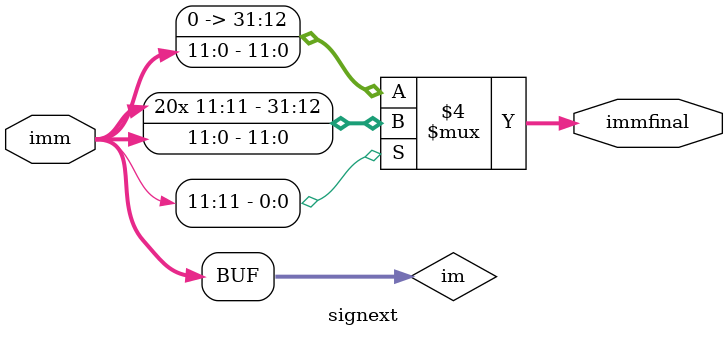
<source format=sv>
module signext(
input logic[11:0] imm,
output logic[31:0] immfinal);
logic[11:0] im;
assign im=imm[11:0];
always@(*)
   begin
	  if(im[11]==1)
	  begin
		 immfinal={{20{imm[11]}}, imm};
		end
	  else
	  begin
	   immfinal={20'b0, imm};
	  end
	 end
endmodule

</source>
